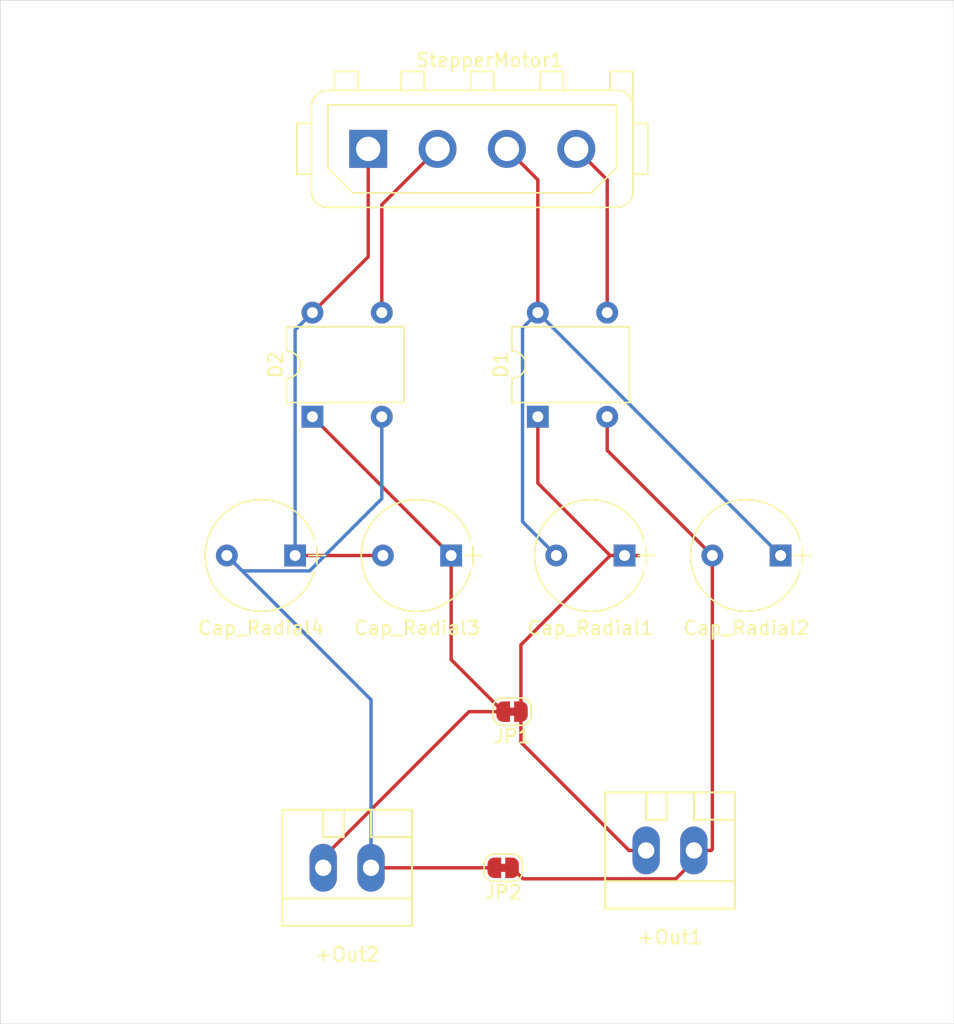
<source format=kicad_pcb>
(kicad_pcb (version 20171130) (host pcbnew "(5.1.0-0)")

  (general
    (thickness 1.6)
    (drawings 4)
    (tracks 51)
    (zones 0)
    (modules 15)
    (nets 9)
  )

  (page A4)
  (layers
    (0 F.Cu signal)
    (31 B.Cu signal)
    (32 B.Adhes user)
    (33 F.Adhes user)
    (34 B.Paste user)
    (35 F.Paste user)
    (36 B.SilkS user)
    (37 F.SilkS user)
    (38 B.Mask user)
    (39 F.Mask user)
    (40 Dwgs.User user)
    (41 Cmts.User user)
    (42 Eco1.User user)
    (43 Eco2.User user)
    (44 Edge.Cuts user)
    (45 Margin user)
    (46 B.CrtYd user)
    (47 F.CrtYd user)
    (48 B.Fab user)
    (49 F.Fab user)
  )

  (setup
    (last_trace_width 0.25)
    (trace_clearance 0.2)
    (zone_clearance 0.508)
    (zone_45_only no)
    (trace_min 0.2)
    (via_size 0.8)
    (via_drill 0.4)
    (via_min_size 0.4)
    (via_min_drill 0.3)
    (uvia_size 0.3)
    (uvia_drill 0.1)
    (uvias_allowed no)
    (uvia_min_size 0.2)
    (uvia_min_drill 0.1)
    (edge_width 0.05)
    (segment_width 0.2)
    (pcb_text_width 0.3)
    (pcb_text_size 1.5 1.5)
    (mod_edge_width 0.12)
    (mod_text_size 1 1)
    (mod_text_width 0.15)
    (pad_size 1.6 1.6)
    (pad_drill 0.8)
    (pad_to_mask_clearance 0.051)
    (solder_mask_min_width 0.25)
    (aux_axis_origin 0 0)
    (visible_elements FFFFEF7F)
    (pcbplotparams
      (layerselection 0x010fc_ffffffff)
      (usegerberextensions false)
      (usegerberattributes false)
      (usegerberadvancedattributes false)
      (creategerberjobfile false)
      (excludeedgelayer true)
      (linewidth 0.100000)
      (plotframeref false)
      (viasonmask false)
      (mode 1)
      (useauxorigin false)
      (hpglpennumber 1)
      (hpglpenspeed 20)
      (hpglpendiameter 15.000000)
      (psnegative false)
      (psa4output false)
      (plotreference true)
      (plotvalue true)
      (plotinvisibletext false)
      (padsonsilk false)
      (subtractmaskfromsilk false)
      (outputformat 1)
      (mirror false)
      (drillshape 1)
      (scaleselection 1)
      (outputdirectory ""))
  )

  (net 0 "")
  (net 1 GND)
  (net 2 VCC)
  (net 3 VDD)
  (net 4 Earth)
  (net 5 "Net-(Cap_Radial1-Pad2)")
  (net 6 "Net-(Cap_Radial3-Pad2)")
  (net 7 "Net-(D1-Pad3)")
  (net 8 "Net-(D2-Pad3)")

  (net_class Default "This is the default net class."
    (clearance 0.2)
    (trace_width 0.25)
    (via_dia 0.8)
    (via_drill 0.4)
    (uvia_dia 0.3)
    (uvia_drill 0.1)
    (add_net Earth)
    (add_net GND)
    (add_net "Net-(Cap_Radial1-Pad2)")
    (add_net "Net-(Cap_Radial3-Pad2)")
    (add_net "Net-(D1-Pad3)")
    (add_net "Net-(D2-Pad3)")
    (add_net VCC)
    (add_net VDD)
  )

  (module Mounting_Holes:MountingHole_3.2mm_M3 (layer F.Cu) (tedit 56D1B4CB) (tstamp 61045959)
    (at 120.65 43.18)
    (descr "Mounting Hole 3.2mm, no annular, M3")
    (tags "mounting hole 3.2mm no annular m3")
    (attr virtual)
    (fp_text reference REF** (at 0 -4.2) (layer F.SilkS) hide
      (effects (font (size 1 1) (thickness 0.15)))
    )
    (fp_text value MountingHole_3.2mm_M3 (at 0 4.2) (layer F.Fab) hide
      (effects (font (size 1 1) (thickness 0.15)))
    )
    (fp_text user %R (at 0.3 0) (layer F.Fab)
      (effects (font (size 1 1) (thickness 0.15)))
    )
    (fp_circle (center 0 0) (end 3.2 0) (layer Cmts.User) (width 0.15))
    (fp_circle (center 0 0) (end 3.45 0) (layer F.CrtYd) (width 0.05))
    (pad 1 np_thru_hole circle (at 0 0) (size 3.2 3.2) (drill 3.2) (layers *.Cu *.Mask))
  )

  (module Mounting_Holes:MountingHole_3.2mm_M3 (layer F.Cu) (tedit 56D1B4CB) (tstamp 6104594E)
    (at 120.65 107.95)
    (descr "Mounting Hole 3.2mm, no annular, M3")
    (tags "mounting hole 3.2mm no annular m3")
    (attr virtual)
    (fp_text reference REF** (at 0 -4.2) (layer F.SilkS) hide
      (effects (font (size 1 1) (thickness 0.15)))
    )
    (fp_text value 3.2mm (at 0 4.2) (layer F.Fab) hide
      (effects (font (size 1 1) (thickness 0.15)))
    )
    (fp_text user %R (at 0.3 0) (layer F.Fab)
      (effects (font (size 1 1) (thickness 0.15)))
    )
    (fp_circle (center 0 0) (end 3.2 0) (layer Cmts.User) (width 0.15))
    (fp_circle (center 0 0) (end 3.45 0) (layer F.CrtYd) (width 0.05))
    (pad 1 np_thru_hole circle (at 0 0) (size 3.2 3.2) (drill 3.2) (layers *.Cu *.Mask))
  )

  (module Mounting_Holes:MountingHole_3.2mm_M3 (layer F.Cu) (tedit 56D1B4CB) (tstamp 61045943)
    (at 60.96 107.95)
    (descr "Mounting Hole 3.2mm, no annular, M3")
    (tags "mounting hole 3.2mm no annular m3")
    (attr virtual)
    (fp_text reference REF** (at 0 -4.2) (layer F.SilkS) hide
      (effects (font (size 1 1) (thickness 0.15)))
    )
    (fp_text value 3.2mm (at 0 4.2) (layer F.Fab) hide
      (effects (font (size 1 1) (thickness 0.15)))
    )
    (fp_circle (center 0 0) (end 3.45 0) (layer F.CrtYd) (width 0.05))
    (fp_circle (center 0 0) (end 3.2 0) (layer Cmts.User) (width 0.15))
    (fp_text user %R (at 0.3 0) (layer F.Fab)
      (effects (font (size 1 1) (thickness 0.15)))
    )
    (pad 1 np_thru_hole circle (at 0 0) (size 3.2 3.2) (drill 3.2) (layers *.Cu *.Mask))
  )

  (module Mounting_Holes:MountingHole_3.2mm_M3 (layer F.Cu) (tedit 56D1B4CB) (tstamp 61045938)
    (at 60.96 43.18)
    (descr "Mounting Hole 3.2mm, no annular, M3")
    (tags "mounting hole 3.2mm no annular m3")
    (attr virtual)
    (fp_text reference REF** (at 0 -4.2) (layer F.SilkS) hide
      (effects (font (size 1 1) (thickness 0.15)))
    )
    (fp_text value 3.2mm (at 0 4.2) (layer F.Fab) hide
      (effects (font (size 1 1) (thickness 0.15)))
    )
    (fp_text user %R (at 0.3 0) (layer F.Fab)
      (effects (font (size 1 1) (thickness 0.15)))
    )
    (fp_circle (center 0 0) (end 3.2 0) (layer Cmts.User) (width 0.15))
    (fp_circle (center 0 0) (end 3.45 0) (layer F.CrtYd) (width 0.05))
    (pad 1 np_thru_hole circle (at 0 0) (size 3.2 3.2) (drill 3.2) (layers *.Cu *.Mask))
  )

  (module Connectors_WAGO:WAGO_734_2pin_Straight_RuggedPads (layer F.Cu) (tedit 0) (tstamp 6106D224)
    (at 104.92994 100.33 180)
    (descr "WAGO, Serie 734, Socket, Stiftleiste, 2 polig, 2 pin, rugged Pads, straight, gerade, Date 05Jul2010,")
    (tags "WAGO, Serie 734, Socket, Stiftleiste, 2 polig, 2 pin, rugged Pads, straight, gerade, Date 05Jul2010,")
    (path /6101AECC)
    (fp_text reference +Out1 (at 0 -6.35 180) (layer F.SilkS)
      (effects (font (size 1 1) (thickness 0.15)))
    )
    (fp_text value -Out (at 0 6.35 180) (layer F.Fab)
      (effects (font (size 1 1) (thickness 0.15)))
    )
    (fp_line (start -4.7498 4.24942) (end 4.7498 4.24942) (layer F.SilkS) (width 0.15))
    (fp_line (start -4.7498 -4.24942) (end -4.7498 4.24942) (layer F.SilkS) (width 0.15))
    (fp_line (start 4.7498 -4.24942) (end -4.7498 -4.24942) (layer F.SilkS) (width 0.15))
    (fp_line (start 4.7498 4.24942) (end 4.7498 -4.24942) (layer F.SilkS) (width 0.15))
    (fp_line (start -1.75006 2.25044) (end -1.75006 4.20116) (layer F.SilkS) (width 0.15))
    (fp_line (start -4.7498 2.25044) (end -1.75006 2.25044) (layer F.SilkS) (width 0.15))
    (fp_line (start 1.75006 2.25044) (end 1.75006 4.24942) (layer F.SilkS) (width 0.15))
    (fp_line (start 0.24892 2.25044) (end 1.75006 2.25044) (layer F.SilkS) (width 0.15))
    (fp_line (start 0.24892 4.24942) (end 0.24892 2.25044) (layer F.SilkS) (width 0.15))
    (fp_line (start -4.7498 -2.25044) (end 4.7498 -2.25044) (layer F.SilkS) (width 0.15))
    (pad 1 thru_hole oval (at -1.75006 0 180) (size 1.99898 3.50012) (drill 1.19888) (layers *.Cu *.Mask)
      (net 1 GND))
    (pad 2 thru_hole oval (at 1.75006 0 180) (size 1.99898 3.50012) (drill 1.19888) (layers *.Cu *.Mask)
      (net 2 VCC))
  )

  (module Connectors_WAGO:WAGO_734_2pin_Straight_RuggedPads (layer F.Cu) (tedit 0) (tstamp 6106D234)
    (at 81.28 101.6 180)
    (descr "WAGO, Serie 734, Socket, Stiftleiste, 2 polig, 2 pin, rugged Pads, straight, gerade, Date 05Jul2010,")
    (tags "WAGO, Serie 734, Socket, Stiftleiste, 2 polig, 2 pin, rugged Pads, straight, gerade, Date 05Jul2010,")
    (path /6101CD8E)
    (fp_text reference +Out2 (at 0 -6.35 180) (layer F.SilkS)
      (effects (font (size 1 1) (thickness 0.15)))
    )
    (fp_text value -Out (at 0 6.35 180) (layer F.Fab)
      (effects (font (size 1 1) (thickness 0.15)))
    )
    (fp_line (start -4.7498 -2.25044) (end 4.7498 -2.25044) (layer F.SilkS) (width 0.15))
    (fp_line (start 0.24892 4.24942) (end 0.24892 2.25044) (layer F.SilkS) (width 0.15))
    (fp_line (start 0.24892 2.25044) (end 1.75006 2.25044) (layer F.SilkS) (width 0.15))
    (fp_line (start 1.75006 2.25044) (end 1.75006 4.24942) (layer F.SilkS) (width 0.15))
    (fp_line (start -4.7498 2.25044) (end -1.75006 2.25044) (layer F.SilkS) (width 0.15))
    (fp_line (start -1.75006 2.25044) (end -1.75006 4.20116) (layer F.SilkS) (width 0.15))
    (fp_line (start 4.7498 4.24942) (end 4.7498 -4.24942) (layer F.SilkS) (width 0.15))
    (fp_line (start 4.7498 -4.24942) (end -4.7498 -4.24942) (layer F.SilkS) (width 0.15))
    (fp_line (start -4.7498 -4.24942) (end -4.7498 4.24942) (layer F.SilkS) (width 0.15))
    (fp_line (start -4.7498 4.24942) (end 4.7498 4.24942) (layer F.SilkS) (width 0.15))
    (pad 2 thru_hole oval (at 1.75006 0 180) (size 1.99898 3.50012) (drill 1.19888) (layers *.Cu *.Mask)
      (net 3 VDD))
    (pad 1 thru_hole oval (at -1.75006 0 180) (size 1.99898 3.50012) (drill 1.19888) (layers *.Cu *.Mask)
      (net 4 Earth))
  )

  (module Capacitors_THT:CP_Radial_Tantal_D8.0mm_P5.00mm (layer F.Cu) (tedit 6106FEBB) (tstamp 6106D247)
    (at 101.6 78.74 180)
    (descr "CP, Radial_Tantal series, Radial, pin pitch=5.00mm, , diameter=8.0mm, Tantal Electrolytic Capacitor, http://cdn-reichelt.de/documents/datenblatt/B300/TANTAL-TB-Serie%23.pdf")
    (tags "CP Radial_Tantal series Radial pin pitch 5.00mm  diameter 8.0mm Tantal Electrolytic Capacitor")
    (path /610010FB)
    (fp_text reference Cap_Radial1 (at 2.5 -5.31 180) (layer F.SilkS)
      (effects (font (size 1 1) (thickness 0.15)))
    )
    (fp_text value CP (at 2.5 5.31 180) (layer F.Fab)
      (effects (font (size 1 1) (thickness 0.15)))
    )
    (fp_text user %R (at 2.5 0 180) (layer F.Fab)
      (effects (font (size 1 1) (thickness 0.15)))
    )
    (fp_line (start 6.85 -4.35) (end -1.85 -4.35) (layer F.CrtYd) (width 0.05))
    (fp_line (start 6.85 4.35) (end 6.85 -4.35) (layer F.CrtYd) (width 0.05))
    (fp_line (start -1.85 4.35) (end 6.85 4.35) (layer F.CrtYd) (width 0.05))
    (fp_line (start -1.85 -4.35) (end -1.85 4.35) (layer F.CrtYd) (width 0.05))
    (fp_line (start -1.6 -0.65) (end -1.6 0.65) (layer F.SilkS) (width 0.12))
    (fp_line (start -2.2 0) (end -1 0) (layer F.SilkS) (width 0.12))
    (fp_line (start -1.6 -0.65) (end -1.6 0.65) (layer F.Fab) (width 0.1))
    (fp_line (start -2.2 0) (end -1 0) (layer F.Fab) (width 0.1))
    (fp_circle (center 2.5 0) (end 6.5 0) (layer F.Fab) (width 0.1))
    (fp_arc (start 2.5 0) (end 6.416082 -1.18) (angle 33.5) (layer F.SilkS) (width 0.12))
    (fp_arc (start 2.5 0) (end -1.416082 1.18) (angle -146.5) (layer F.SilkS) (width 0.12))
    (fp_arc (start 2.5 0) (end -1.416082 -1.18) (angle 146.5) (layer F.SilkS) (width 0.12))
    (pad 2 thru_hole circle (at 5 0 180) (size 1.6 1.6) (drill 0.8) (layers *.Cu *.Mask)
      (net 5 "Net-(Cap_Radial1-Pad2)"))
    (pad 1 thru_hole rect (at 0 0 180) (size 1.6 1.6) (drill 0.8) (layers *.Cu *.Mask)
      (net 2 VCC))
    (model ${KISYS3DMOD}/Capacitors_THT.3dshapes/CP_Radial_Tantal_D8.0mm_P5.00mm.wrl
      (at (xyz 0 0 0))
      (scale (xyz 1 1 1))
      (rotate (xyz 0 0 0))
    )
  )

  (module Capacitors_THT:CP_Radial_Tantal_D8.0mm_P5.00mm (layer F.Cu) (tedit 597C781B) (tstamp 6106D25A)
    (at 113.03 78.74 180)
    (descr "CP, Radial_Tantal series, Radial, pin pitch=5.00mm, , diameter=8.0mm, Tantal Electrolytic Capacitor, http://cdn-reichelt.de/documents/datenblatt/B300/TANTAL-TB-Serie%23.pdf")
    (tags "CP Radial_Tantal series Radial pin pitch 5.00mm  diameter 8.0mm Tantal Electrolytic Capacitor")
    (path /61001A91)
    (fp_text reference Cap_Radial2 (at 2.5 -5.31 180) (layer F.SilkS)
      (effects (font (size 1 1) (thickness 0.15)))
    )
    (fp_text value CP (at 2.5 5.31 180) (layer F.Fab)
      (effects (font (size 1 1) (thickness 0.15)))
    )
    (fp_arc (start 2.5 0) (end -1.416082 -1.18) (angle 146.5) (layer F.SilkS) (width 0.12))
    (fp_arc (start 2.5 0) (end -1.416082 1.18) (angle -146.5) (layer F.SilkS) (width 0.12))
    (fp_arc (start 2.5 0) (end 6.416082 -1.18) (angle 33.5) (layer F.SilkS) (width 0.12))
    (fp_circle (center 2.5 0) (end 6.5 0) (layer F.Fab) (width 0.1))
    (fp_line (start -2.2 0) (end -1 0) (layer F.Fab) (width 0.1))
    (fp_line (start -1.6 -0.65) (end -1.6 0.65) (layer F.Fab) (width 0.1))
    (fp_line (start -2.2 0) (end -1 0) (layer F.SilkS) (width 0.12))
    (fp_line (start -1.6 -0.65) (end -1.6 0.65) (layer F.SilkS) (width 0.12))
    (fp_line (start -1.85 -4.35) (end -1.85 4.35) (layer F.CrtYd) (width 0.05))
    (fp_line (start -1.85 4.35) (end 6.85 4.35) (layer F.CrtYd) (width 0.05))
    (fp_line (start 6.85 4.35) (end 6.85 -4.35) (layer F.CrtYd) (width 0.05))
    (fp_line (start 6.85 -4.35) (end -1.85 -4.35) (layer F.CrtYd) (width 0.05))
    (fp_text user %R (at 2.5 0 180) (layer F.Fab)
      (effects (font (size 1 1) (thickness 0.15)))
    )
    (pad 1 thru_hole rect (at 0 0 180) (size 1.6 1.6) (drill 0.8) (layers *.Cu *.Mask)
      (net 5 "Net-(Cap_Radial1-Pad2)"))
    (pad 2 thru_hole circle (at 5 0 180) (size 1.6 1.6) (drill 0.8) (layers *.Cu *.Mask)
      (net 1 GND))
    (model ${KISYS3DMOD}/Capacitors_THT.3dshapes/CP_Radial_Tantal_D8.0mm_P5.00mm.wrl
      (at (xyz 0 0 0))
      (scale (xyz 1 1 1))
      (rotate (xyz 0 0 0))
    )
  )

  (module Capacitors_THT:CP_Radial_Tantal_D8.0mm_P5.00mm (layer F.Cu) (tedit 597C781B) (tstamp 6106D26D)
    (at 88.9 78.74 180)
    (descr "CP, Radial_Tantal series, Radial, pin pitch=5.00mm, , diameter=8.0mm, Tantal Electrolytic Capacitor, http://cdn-reichelt.de/documents/datenblatt/B300/TANTAL-TB-Serie%23.pdf")
    (tags "CP Radial_Tantal series Radial pin pitch 5.00mm  diameter 8.0mm Tantal Electrolytic Capacitor")
    (path /6101512F)
    (fp_text reference Cap_Radial3 (at 2.5 -5.31 180) (layer F.SilkS)
      (effects (font (size 1 1) (thickness 0.15)))
    )
    (fp_text value CP (at 2.5 5.31 180) (layer F.Fab)
      (effects (font (size 1 1) (thickness 0.15)))
    )
    (fp_text user %R (at 2.5 0 180) (layer F.Fab)
      (effects (font (size 1 1) (thickness 0.15)))
    )
    (fp_line (start 6.85 -4.35) (end -1.85 -4.35) (layer F.CrtYd) (width 0.05))
    (fp_line (start 6.85 4.35) (end 6.85 -4.35) (layer F.CrtYd) (width 0.05))
    (fp_line (start -1.85 4.35) (end 6.85 4.35) (layer F.CrtYd) (width 0.05))
    (fp_line (start -1.85 -4.35) (end -1.85 4.35) (layer F.CrtYd) (width 0.05))
    (fp_line (start -1.6 -0.65) (end -1.6 0.65) (layer F.SilkS) (width 0.12))
    (fp_line (start -2.2 0) (end -1 0) (layer F.SilkS) (width 0.12))
    (fp_line (start -1.6 -0.65) (end -1.6 0.65) (layer F.Fab) (width 0.1))
    (fp_line (start -2.2 0) (end -1 0) (layer F.Fab) (width 0.1))
    (fp_circle (center 2.5 0) (end 6.5 0) (layer F.Fab) (width 0.1))
    (fp_arc (start 2.5 0) (end 6.416082 -1.18) (angle 33.5) (layer F.SilkS) (width 0.12))
    (fp_arc (start 2.5 0) (end -1.416082 1.18) (angle -146.5) (layer F.SilkS) (width 0.12))
    (fp_arc (start 2.5 0) (end -1.416082 -1.18) (angle 146.5) (layer F.SilkS) (width 0.12))
    (pad 2 thru_hole circle (at 5 0 180) (size 1.6 1.6) (drill 0.8) (layers *.Cu *.Mask)
      (net 6 "Net-(Cap_Radial3-Pad2)"))
    (pad 1 thru_hole rect (at 0 0 180) (size 1.6 1.6) (drill 0.8) (layers *.Cu *.Mask)
      (net 3 VDD))
    (model ${KISYS3DMOD}/Capacitors_THT.3dshapes/CP_Radial_Tantal_D8.0mm_P5.00mm.wrl
      (at (xyz 0 0 0))
      (scale (xyz 1 1 1))
      (rotate (xyz 0 0 0))
    )
  )

  (module Capacitors_THT:CP_Radial_Tantal_D8.0mm_P5.00mm (layer F.Cu) (tedit 597C781B) (tstamp 6106D280)
    (at 77.47 78.74 180)
    (descr "CP, Radial_Tantal series, Radial, pin pitch=5.00mm, , diameter=8.0mm, Tantal Electrolytic Capacitor, http://cdn-reichelt.de/documents/datenblatt/B300/TANTAL-TB-Serie%23.pdf")
    (tags "CP Radial_Tantal series Radial pin pitch 5.00mm  diameter 8.0mm Tantal Electrolytic Capacitor")
    (path /61015139)
    (fp_text reference Cap_Radial4 (at 2.5 -5.31 180) (layer F.SilkS)
      (effects (font (size 1 1) (thickness 0.15)))
    )
    (fp_text value CP (at 2.5 5.31 180) (layer F.Fab)
      (effects (font (size 1 1) (thickness 0.15)))
    )
    (fp_arc (start 2.5 0) (end -1.416082 -1.18) (angle 146.5) (layer F.SilkS) (width 0.12))
    (fp_arc (start 2.5 0) (end -1.416082 1.18) (angle -146.5) (layer F.SilkS) (width 0.12))
    (fp_arc (start 2.5 0) (end 6.416082 -1.18) (angle 33.5) (layer F.SilkS) (width 0.12))
    (fp_circle (center 2.5 0) (end 6.5 0) (layer F.Fab) (width 0.1))
    (fp_line (start -2.2 0) (end -1 0) (layer F.Fab) (width 0.1))
    (fp_line (start -1.6 -0.65) (end -1.6 0.65) (layer F.Fab) (width 0.1))
    (fp_line (start -2.2 0) (end -1 0) (layer F.SilkS) (width 0.12))
    (fp_line (start -1.6 -0.65) (end -1.6 0.65) (layer F.SilkS) (width 0.12))
    (fp_line (start -1.85 -4.35) (end -1.85 4.35) (layer F.CrtYd) (width 0.05))
    (fp_line (start -1.85 4.35) (end 6.85 4.35) (layer F.CrtYd) (width 0.05))
    (fp_line (start 6.85 4.35) (end 6.85 -4.35) (layer F.CrtYd) (width 0.05))
    (fp_line (start 6.85 -4.35) (end -1.85 -4.35) (layer F.CrtYd) (width 0.05))
    (fp_text user %R (at 2.5 0 180) (layer F.Fab)
      (effects (font (size 1 1) (thickness 0.15)))
    )
    (pad 1 thru_hole rect (at 0 0 180) (size 1.6 1.6) (drill 0.8) (layers *.Cu *.Mask)
      (net 6 "Net-(Cap_Radial3-Pad2)"))
    (pad 2 thru_hole circle (at 5 0 180) (size 1.6 1.6) (drill 0.8) (layers *.Cu *.Mask)
      (net 4 Earth))
    (model ${KISYS3DMOD}/Capacitors_THT.3dshapes/CP_Radial_Tantal_D8.0mm_P5.00mm.wrl
      (at (xyz 0 0 0))
      (scale (xyz 1 1 1))
      (rotate (xyz 0 0 0))
    )
  )

  (module Diodes_THT:Diode_Bridge_DIP-4_W7.62mm_P5.08mm (layer F.Cu) (tedit 59213888) (tstamp 6106D298)
    (at 95.25 68.58 90)
    (descr "4-lead dip package for diode bridges, row spacing 7.62 mm (300 mils), see http://cdn-reichelt.de/documents/datenblatt/A400/HDBL101G_20SERIES-TSC.pdf")
    (tags "DIL DIP PDIP 5.08mm 7.62mm 300mil")
    (path /6106CB3C)
    (fp_text reference D1 (at 3.8 -2.7 90) (layer F.SilkS)
      (effects (font (size 1 1) (thickness 0.15)))
    )
    (fp_text value D_Bridge_+-AA (at 3.8 7.8 90) (layer F.Fab)
      (effects (font (size 1 1) (thickness 0.15)))
    )
    (fp_arc (start 3.81 -1.9) (end 2.81 -1.9) (angle -180) (layer F.SilkS) (width 0.12))
    (fp_line (start 8.67 6.85) (end -1.05 6.85) (layer F.CrtYd) (width 0.05))
    (fp_line (start 8.67 6.85) (end 8.67 -2.05) (layer F.CrtYd) (width 0.05))
    (fp_line (start -1.05 -2.05) (end -1.05 6.85) (layer F.CrtYd) (width 0.05))
    (fp_line (start -1.05 -2.05) (end 8.67 -2.05) (layer F.CrtYd) (width 0.05))
    (fp_line (start 1.635 -1.8) (end 6.985 -1.8) (layer F.Fab) (width 0.1))
    (fp_line (start 6.985 -1.8) (end 6.985 6.6) (layer F.Fab) (width 0.1))
    (fp_line (start 6.985 6.6) (end 0.635 6.6) (layer F.Fab) (width 0.1))
    (fp_line (start 0.635 6.6) (end 0.635 -0.8) (layer F.Fab) (width 0.1))
    (fp_line (start 0.635 -0.8) (end 1.635 -1.8) (layer F.Fab) (width 0.1))
    (fp_line (start 2.81 -1.9) (end 1.04 -1.9) (layer F.SilkS) (width 0.12))
    (fp_line (start 1.04 -1.9) (end 1.04 6.7) (layer F.SilkS) (width 0.12))
    (fp_line (start 1.04 6.7) (end 6.58 6.7) (layer F.SilkS) (width 0.12))
    (fp_line (start 6.58 6.7) (end 6.58 -1.9) (layer F.SilkS) (width 0.12))
    (fp_line (start 6.58 -1.9) (end 4.81 -1.9) (layer F.SilkS) (width 0.12))
    (fp_text user %R (at 3.81 2.54 90) (layer F.Fab)
      (effects (font (size 1 1) (thickness 0.15)))
    )
    (pad 1 thru_hole rect (at 0 0 90) (size 1.6 1.6) (drill 0.8) (layers *.Cu *.Mask)
      (net 2 VCC))
    (pad 3 thru_hole oval (at 7.62 5.08 90) (size 1.6 1.6) (drill 0.8) (layers *.Cu *.Mask)
      (net 7 "Net-(D1-Pad3)"))
    (pad 2 thru_hole oval (at 0 5.08 90) (size 1.6 1.6) (drill 0.8) (layers *.Cu *.Mask)
      (net 1 GND))
    (pad 4 thru_hole oval (at 7.62 0 90) (size 1.6 1.6) (drill 0.8) (layers *.Cu *.Mask)
      (net 5 "Net-(Cap_Radial1-Pad2)"))
    (model ${KISYS3DMOD}/Diodes_THT.3dshapes/Diode_Bridge_DIP-4_W7.62mm_P5.08mm.wrl
      (at (xyz 0 0 0))
      (scale (xyz 1 1 1))
      (rotate (xyz 0 0 0))
    )
  )

  (module Diodes_THT:Diode_Bridge_DIP-4_W7.62mm_P5.08mm (layer F.Cu) (tedit 59213888) (tstamp 6106D2B0)
    (at 78.74 68.58 90)
    (descr "4-lead dip package for diode bridges, row spacing 7.62 mm (300 mils), see http://cdn-reichelt.de/documents/datenblatt/A400/HDBL101G_20SERIES-TSC.pdf")
    (tags "DIL DIP PDIP 5.08mm 7.62mm 300mil")
    (path /6107291C)
    (fp_text reference D2 (at 3.8 -2.7 90) (layer F.SilkS)
      (effects (font (size 1 1) (thickness 0.15)))
    )
    (fp_text value D_Bridge_+-AA (at 3.8 7.8 90) (layer F.Fab)
      (effects (font (size 1 1) (thickness 0.15)))
    )
    (fp_text user %R (at 3.81 2.54 90) (layer F.Fab)
      (effects (font (size 1 1) (thickness 0.15)))
    )
    (fp_line (start 6.58 -1.9) (end 4.81 -1.9) (layer F.SilkS) (width 0.12))
    (fp_line (start 6.58 6.7) (end 6.58 -1.9) (layer F.SilkS) (width 0.12))
    (fp_line (start 1.04 6.7) (end 6.58 6.7) (layer F.SilkS) (width 0.12))
    (fp_line (start 1.04 -1.9) (end 1.04 6.7) (layer F.SilkS) (width 0.12))
    (fp_line (start 2.81 -1.9) (end 1.04 -1.9) (layer F.SilkS) (width 0.12))
    (fp_line (start 0.635 -0.8) (end 1.635 -1.8) (layer F.Fab) (width 0.1))
    (fp_line (start 0.635 6.6) (end 0.635 -0.8) (layer F.Fab) (width 0.1))
    (fp_line (start 6.985 6.6) (end 0.635 6.6) (layer F.Fab) (width 0.1))
    (fp_line (start 6.985 -1.8) (end 6.985 6.6) (layer F.Fab) (width 0.1))
    (fp_line (start 1.635 -1.8) (end 6.985 -1.8) (layer F.Fab) (width 0.1))
    (fp_line (start -1.05 -2.05) (end 8.67 -2.05) (layer F.CrtYd) (width 0.05))
    (fp_line (start -1.05 -2.05) (end -1.05 6.85) (layer F.CrtYd) (width 0.05))
    (fp_line (start 8.67 6.85) (end 8.67 -2.05) (layer F.CrtYd) (width 0.05))
    (fp_line (start 8.67 6.85) (end -1.05 6.85) (layer F.CrtYd) (width 0.05))
    (fp_arc (start 3.81 -1.9) (end 2.81 -1.9) (angle -180) (layer F.SilkS) (width 0.12))
    (pad 4 thru_hole oval (at 7.62 0 90) (size 1.6 1.6) (drill 0.8) (layers *.Cu *.Mask)
      (net 6 "Net-(Cap_Radial3-Pad2)"))
    (pad 2 thru_hole oval (at 0 5.08 90) (size 1.6 1.6) (drill 0.8) (layers *.Cu *.Mask)
      (net 4 Earth))
    (pad 3 thru_hole oval (at 7.62 5.08 90) (size 1.6 1.6) (drill 0.8) (layers *.Cu *.Mask)
      (net 8 "Net-(D2-Pad3)"))
    (pad 1 thru_hole rect (at 0 0 90) (size 1.6 1.6) (drill 0.8) (layers *.Cu *.Mask)
      (net 3 VDD))
    (model ${KISYS3DMOD}/Diodes_THT.3dshapes/Diode_Bridge_DIP-4_W7.62mm_P5.08mm.wrl
      (at (xyz 0 0 0))
      (scale (xyz 1 1 1))
      (rotate (xyz 0 0 0))
    )
  )

  (module Jumper:SolderJumper-2_P1.3mm_Bridged_RoundedPad1.0x1.5mm (layer F.Cu) (tedit 5C745284) (tstamp 6106D2C3)
    (at 93.36 90.17 180)
    (descr "SMD Solder Jumper, 1x1.5mm, rounded Pads, 0.3mm gap, bridged with 1 copper strip")
    (tags "net tie solder jumper bridged")
    (path /61027298)
    (attr virtual)
    (fp_text reference JP1 (at 0 -1.8 180) (layer F.SilkS)
      (effects (font (size 1 1) (thickness 0.15)))
    )
    (fp_text value "+ve tie" (at 0 1.9 180) (layer F.Fab)
      (effects (font (size 1 1) (thickness 0.15)))
    )
    (fp_poly (pts (xy 0.25 -0.3) (xy -0.25 -0.3) (xy -0.25 0.3) (xy 0.25 0.3)) (layer F.Cu) (width 0))
    (fp_line (start 1.65 1.25) (end -1.65 1.25) (layer F.CrtYd) (width 0.05))
    (fp_line (start 1.65 1.25) (end 1.65 -1.25) (layer F.CrtYd) (width 0.05))
    (fp_line (start -1.65 -1.25) (end -1.65 1.25) (layer F.CrtYd) (width 0.05))
    (fp_line (start -1.65 -1.25) (end 1.65 -1.25) (layer F.CrtYd) (width 0.05))
    (fp_line (start -0.7 -1) (end 0.7 -1) (layer F.SilkS) (width 0.12))
    (fp_line (start 1.4 -0.3) (end 1.4 0.3) (layer F.SilkS) (width 0.12))
    (fp_line (start 0.7 1) (end -0.7 1) (layer F.SilkS) (width 0.12))
    (fp_line (start -1.4 0.3) (end -1.4 -0.3) (layer F.SilkS) (width 0.12))
    (fp_arc (start -0.7 -0.3) (end -0.7 -1) (angle -90) (layer F.SilkS) (width 0.12))
    (fp_arc (start -0.7 0.3) (end -1.4 0.3) (angle -90) (layer F.SilkS) (width 0.12))
    (fp_arc (start 0.7 0.3) (end 0.7 1) (angle -90) (layer F.SilkS) (width 0.12))
    (fp_arc (start 0.7 -0.3) (end 1.4 -0.3) (angle -90) (layer F.SilkS) (width 0.12))
    (pad 1 smd custom (at -0.65 0 180) (size 1 0.5) (layers F.Cu F.Mask)
      (net 2 VCC) (zone_connect 2)
      (options (clearance outline) (anchor rect))
      (primitives
        (gr_circle (center 0 0.25) (end 0.5 0.25) (width 0))
        (gr_circle (center 0 -0.25) (end 0.5 -0.25) (width 0))
        (gr_poly (pts
           (xy 0 -0.75) (xy 0.5 -0.75) (xy 0.5 0.75) (xy 0 0.75)) (width 0))
      ))
    (pad 2 smd custom (at 0.65 0 180) (size 1 0.5) (layers F.Cu F.Mask)
      (net 3 VDD) (zone_connect 2)
      (options (clearance outline) (anchor rect))
      (primitives
        (gr_circle (center 0 0.25) (end 0.5 0.25) (width 0))
        (gr_circle (center 0 -0.25) (end 0.5 -0.25) (width 0))
        (gr_poly (pts
           (xy 0 -0.75) (xy -0.5 -0.75) (xy -0.5 0.75) (xy 0 0.75)) (width 0))
      ))
  )

  (module Jumper:SolderJumper-2_P1.3mm_Bridged_RoundedPad1.0x1.5mm (layer F.Cu) (tedit 5C745284) (tstamp 6106D2D6)
    (at 92.71 101.6 180)
    (descr "SMD Solder Jumper, 1x1.5mm, rounded Pads, 0.3mm gap, bridged with 1 copper strip")
    (tags "net tie solder jumper bridged")
    (path /6102784D)
    (attr virtual)
    (fp_text reference JP2 (at 0 -1.8 180) (layer F.SilkS)
      (effects (font (size 1 1) (thickness 0.15)))
    )
    (fp_text value "-ve tie" (at 0 1.9 180) (layer F.Fab)
      (effects (font (size 1 1) (thickness 0.15)))
    )
    (fp_arc (start 0.7 -0.3) (end 1.4 -0.3) (angle -90) (layer F.SilkS) (width 0.12))
    (fp_arc (start 0.7 0.3) (end 0.7 1) (angle -90) (layer F.SilkS) (width 0.12))
    (fp_arc (start -0.7 0.3) (end -1.4 0.3) (angle -90) (layer F.SilkS) (width 0.12))
    (fp_arc (start -0.7 -0.3) (end -0.7 -1) (angle -90) (layer F.SilkS) (width 0.12))
    (fp_line (start -1.4 0.3) (end -1.4 -0.3) (layer F.SilkS) (width 0.12))
    (fp_line (start 0.7 1) (end -0.7 1) (layer F.SilkS) (width 0.12))
    (fp_line (start 1.4 -0.3) (end 1.4 0.3) (layer F.SilkS) (width 0.12))
    (fp_line (start -0.7 -1) (end 0.7 -1) (layer F.SilkS) (width 0.12))
    (fp_line (start -1.65 -1.25) (end 1.65 -1.25) (layer F.CrtYd) (width 0.05))
    (fp_line (start -1.65 -1.25) (end -1.65 1.25) (layer F.CrtYd) (width 0.05))
    (fp_line (start 1.65 1.25) (end 1.65 -1.25) (layer F.CrtYd) (width 0.05))
    (fp_line (start 1.65 1.25) (end -1.65 1.25) (layer F.CrtYd) (width 0.05))
    (fp_poly (pts (xy 0.25 -0.3) (xy -0.25 -0.3) (xy -0.25 0.3) (xy 0.25 0.3)) (layer F.Cu) (width 0))
    (pad 2 smd custom (at 0.65 0 180) (size 1 0.5) (layers F.Cu F.Mask)
      (net 4 Earth) (zone_connect 2)
      (options (clearance outline) (anchor rect))
      (primitives
        (gr_circle (center 0 0.25) (end 0.5 0.25) (width 0))
        (gr_circle (center 0 -0.25) (end 0.5 -0.25) (width 0))
        (gr_poly (pts
           (xy 0 -0.75) (xy -0.5 -0.75) (xy -0.5 0.75) (xy 0 0.75)) (width 0))
      ))
    (pad 1 smd custom (at -0.65 0 180) (size 1 0.5) (layers F.Cu F.Mask)
      (net 1 GND) (zone_connect 2)
      (options (clearance outline) (anchor rect))
      (primitives
        (gr_circle (center 0 0.25) (end 0.5 0.25) (width 0))
        (gr_circle (center 0 -0.25) (end 0.5 -0.25) (width 0))
        (gr_poly (pts
           (xy 0 -0.75) (xy 0.5 -0.75) (xy 0.5 0.75) (xy 0 0.75)) (width 0))
      ))
  )

  (module Connectors_TE-Connectivity:TE_MATE-N-LOK_350211-1_1x04_P5.08mm_Vertical (layer F.Cu) (tedit 5C696A5E) (tstamp 6106D327)
    (at 82.825001 48.975001)
    (descr https://www.te.com/commerce/DocumentDelivery/DDEController?Action=showdoc&DocId=Customer+Drawing%7F350211%7FU5%7Fpdf%7FEnglish%7FENG_CD_350211_U5.pdf%7F350211-1)
    (tags "connector TE MATE-N-LOK top entry ATA PATA IDE 5.25 inch floppy drive power")
    (path /61016D3A)
    (fp_text reference StepperMotor1 (at 8.89 -6.5) (layer F.SilkS)
      (effects (font (size 1 1) (thickness 0.15)))
    )
    (fp_text value Stepper_Motor_bipolar (at 7.62 5.01) (layer F.Fab)
      (effects (font (size 1 1) (thickness 0.15)))
    )
    (fp_line (start -5.33 4.38) (end 20.57 4.38) (layer F.CrtYd) (width 0.05))
    (fp_line (start 20.57 4.38) (end 20.57 -5.77) (layer F.CrtYd) (width 0.05))
    (fp_line (start 20.57 -5.77) (end -5.33 -5.77) (layer F.CrtYd) (width 0.05))
    (fp_line (start -5.33 -5.77) (end -5.33 4.38) (layer F.CrtYd) (width 0.05))
    (fp_line (start -2.95 -3.22) (end 18.19 -3.22) (layer F.SilkS) (width 0.12))
    (fp_line (start 18.19 -3.22) (end 18.19 1.39) (layer F.SilkS) (width 0.12))
    (fp_line (start 18.19 1.39) (end 16.36 3.22) (layer F.SilkS) (width 0.12))
    (fp_line (start 16.36 3.22) (end -1.12 3.22) (layer F.SilkS) (width 0.12))
    (fp_line (start -1.12 3.22) (end -2.95 1.39) (layer F.SilkS) (width 0.12))
    (fp_line (start -2.95 1.39) (end -2.95 -3.22) (layer F.SilkS) (width 0.12))
    (fp_line (start -3.01 4.28) (end 18.25 4.28) (layer F.SilkS) (width 0.12))
    (fp_line (start 19.39 3.14) (end 19.39 -5.67) (layer F.SilkS) (width 0.12))
    (fp_line (start 18.25 -4.28) (end -3.01 -4.28) (layer F.SilkS) (width 0.12))
    (fp_line (start -4.15 -3.14) (end -4.15 3.14) (layer F.SilkS) (width 0.12))
    (fp_line (start 19.39 1.86) (end 20.47 1.86) (layer F.SilkS) (width 0.12))
    (fp_line (start 20.47 1.86) (end 20.47 -1.86) (layer F.SilkS) (width 0.12))
    (fp_line (start 20.47 -1.86) (end 19.39 -1.86) (layer F.SilkS) (width 0.12))
    (fp_line (start -4.15 1.86) (end -5.23 1.86) (layer F.SilkS) (width 0.12))
    (fp_line (start -5.23 1.86) (end -5.23 -1.86) (layer F.SilkS) (width 0.12))
    (fp_line (start -5.23 -1.86) (end -4.15 -1.86) (layer F.SilkS) (width 0.12))
    (fp_line (start 17.7 -4.28) (end 17.7 -5.67) (layer F.SilkS) (width 0.12))
    (fp_line (start 17.7 -5.67) (end 19.39 -5.67) (layer F.SilkS) (width 0.12))
    (fp_line (start -2.47 -5.67) (end -0.78 -5.67) (layer F.SilkS) (width 0.12))
    (fp_line (start -0.78 -5.67) (end -0.78 -4.28) (layer F.SilkS) (width 0.12))
    (fp_line (start -2.47 -4.28) (end -2.47 -5.67) (layer F.SilkS) (width 0.12))
    (fp_line (start 14.29 -5.67) (end 14.29 -4.28) (layer F.SilkS) (width 0.12))
    (fp_line (start 12.6 -4.28) (end 12.6 -5.67) (layer F.SilkS) (width 0.12))
    (fp_line (start 12.6 -5.67) (end 14.29 -5.67) (layer F.SilkS) (width 0.12))
    (fp_line (start 7.5 -5.67) (end 9.19 -5.67) (layer F.SilkS) (width 0.12))
    (fp_line (start 9.19 -5.67) (end 9.19 -4.28) (layer F.SilkS) (width 0.12))
    (fp_line (start 7.5 -4.28) (end 7.5 -5.67) (layer F.SilkS) (width 0.12))
    (fp_line (start 2.42 -4.28) (end 2.42 -5.67) (layer F.SilkS) (width 0.12))
    (fp_line (start 4.11 -5.67) (end 4.11 -4.28) (layer F.SilkS) (width 0.12))
    (fp_line (start 2.42 -5.67) (end 4.11 -5.67) (layer F.SilkS) (width 0.12))
    (fp_arc (start 18.25 -3.14) (end 19.39 -3.14) (angle -90) (layer F.SilkS) (width 0.12))
    (fp_arc (start 18.25 3.14) (end 18.25 4.28) (angle -90) (layer F.SilkS) (width 0.12))
    (fp_arc (start -3.01 -3.14) (end -3.01 -4.28) (angle -90) (layer F.SilkS) (width 0.12))
    (fp_arc (start -3.01 3.14) (end -4.15 3.14) (angle -90) (layer F.SilkS) (width 0.12))
    (fp_line (start -2.95 1.39) (end -2.95 -3.22) (layer F.Fab) (width 0.1))
    (fp_line (start -1.12 3.22) (end -2.95 1.39) (layer F.Fab) (width 0.1))
    (fp_line (start 16.36 3.22) (end -1.12 3.22) (layer F.Fab) (width 0.1))
    (fp_line (start 18.19 1.39) (end 16.36 3.22) (layer F.Fab) (width 0.1))
    (fp_line (start 18.19 -3.22) (end 18.19 1.39) (layer F.Fab) (width 0.1))
    (fp_line (start -2.95 -3.22) (end 18.19 -3.22) (layer F.Fab) (width 0.1))
    (fp_text user %R (at 8 0) (layer F.Fab)
      (effects (font (size 1 1) (thickness 0.15)))
    )
    (fp_line (start 18.1 -4.13) (end -2.86 -4.13) (layer F.Fab) (width 0.1))
    (fp_line (start -2.86 4.13) (end 18.1 4.13) (layer F.Fab) (width 0.1))
    (fp_line (start 19.24 2.99) (end 19.24 -5.52) (layer F.Fab) (width 0.1))
    (fp_line (start -4 -2.99) (end -4 2.99) (layer F.Fab) (width 0.1))
    (fp_arc (start 18.1 -2.99) (end 19.24 -2.99) (angle -90) (layer F.Fab) (width 0.1))
    (fp_arc (start -2.86 -2.99) (end -2.86 -4.13) (angle -90) (layer F.Fab) (width 0.1))
    (fp_arc (start 18.1 2.99) (end 18.1 4.13) (angle -90) (layer F.Fab) (width 0.1))
    (fp_arc (start -2.86 2.99) (end -4 2.99) (angle -90) (layer F.Fab) (width 0.1))
    (fp_line (start 20.32 1.71) (end 20.32 -1.71) (layer F.Fab) (width 0.1))
    (fp_line (start 20.32 -1.71) (end 19.24 -1.71) (layer F.Fab) (width 0.1))
    (fp_line (start 19.24 1.71) (end 20.32 1.71) (layer F.Fab) (width 0.1))
    (fp_line (start -5.08 1.71) (end -5.08 -1.71) (layer F.Fab) (width 0.1))
    (fp_line (start -5.08 -1.71) (end -4 -1.71) (layer F.Fab) (width 0.1))
    (fp_line (start -4 1.71) (end -5.08 1.71) (layer F.Fab) (width 0.1))
    (fp_line (start 17.85 -5.52) (end 19.24 -5.52) (layer F.Fab) (width 0.1))
    (fp_line (start 17.85 -4.13) (end 17.85 -5.52) (layer F.Fab) (width 0.1))
    (fp_line (start 12.75 -5.52) (end 14.14 -5.52) (layer F.Fab) (width 0.1))
    (fp_line (start 7.65 -5.52) (end 9.04 -5.52) (layer F.Fab) (width 0.1))
    (fp_line (start 2.57 -5.52) (end 3.96 -5.52) (layer F.Fab) (width 0.1))
    (fp_line (start -2.32 -5.52) (end -0.93 -5.52) (layer F.Fab) (width 0.1))
    (fp_line (start -2.32 -4.13) (end -2.32 -5.52) (layer F.Fab) (width 0.1))
    (fp_line (start -0.93 -5.52) (end -0.93 -4.13) (layer F.Fab) (width 0.1))
    (fp_line (start 2.57 -4.13) (end 2.57 -5.52) (layer F.Fab) (width 0.1))
    (fp_line (start 3.96 -5.52) (end 3.96 -4.13) (layer F.Fab) (width 0.1))
    (fp_line (start 7.65 -4.13) (end 7.65 -5.52) (layer F.Fab) (width 0.1))
    (fp_line (start 9.04 -5.52) (end 9.04 -4.13) (layer F.Fab) (width 0.1))
    (fp_line (start 12.75 -4.13) (end 12.75 -5.52) (layer F.Fab) (width 0.1))
    (fp_line (start 14.14 -5.52) (end 14.14 -4.13) (layer F.Fab) (width 0.1))
    (pad 1 thru_hole rect (at 0 0) (size 2.78 2.78) (drill 1.78) (layers *.Cu *.Mask)
      (net 6 "Net-(Cap_Radial3-Pad2)"))
    (pad 2 thru_hole circle (at 5.08 0) (size 2.78 2.78) (drill 1.78) (layers *.Cu *.Mask)
      (net 8 "Net-(D2-Pad3)"))
    (pad 3 thru_hole circle (at 10.16 0) (size 2.78 2.78) (drill 1.78) (layers *.Cu *.Mask)
      (net 5 "Net-(Cap_Radial1-Pad2)"))
    (pad 4 thru_hole circle (at 15.24 0) (size 2.78 2.78) (drill 1.78) (layers *.Cu *.Mask)
      (net 7 "Net-(D1-Pad3)"))
    (model ${KICAD6_3DMODEL_DIR}/Connector_TE-Connectivity.3dshapes/TE_MATE-N-LOK_350211-1_1x04_P5.08mm_Vertical.wrl
      (at (xyz 0 0 0))
      (scale (xyz 1 1 1))
      (rotate (xyz 0 0 0))
    )
  )

  (gr_line (start 55.88 113.03) (end 55.88 38.1) (layer Edge.Cuts) (width 0.05))
  (gr_line (start 125.73 113.03) (end 55.88 113.03) (layer Edge.Cuts) (width 0.05))
  (gr_line (start 125.73 38.1) (end 125.73 113.03) (layer Edge.Cuts) (width 0.05))
  (gr_line (start 55.88 38.1) (end 125.73 38.1) (layer Edge.Cuts) (width 0.05))

  (segment (start 100.33 71.04) (end 108.03 78.74) (width 0.25) (layer F.Cu) (net 1))
  (segment (start 100.33 68.58) (end 100.33 71.04) (width 0.25) (layer F.Cu) (net 1))
  (segment (start 106.68 101.08057) (end 106.68 100.33) (width 0.25) (layer F.Cu) (net 1))
  (segment (start 105.3555 102.40507) (end 106.68 101.08057) (width 0.25) (layer F.Cu) (net 1))
  (segment (start 94.16507 102.40507) (end 105.3555 102.40507) (width 0.25) (layer F.Cu) (net 1))
  (segment (start 93.36 101.6) (end 94.16507 102.40507) (width 0.25) (layer F.Cu) (net 1))
  (segment (start 107.92949 100.33) (end 106.68 100.33) (width 0.25) (layer F.Cu) (net 1))
  (segment (start 108.03 100.22949) (end 107.92949 100.33) (width 0.25) (layer F.Cu) (net 1))
  (segment (start 108.03 78.74) (end 108.03 100.22949) (width 0.25) (layer F.Cu) (net 1))
  (segment (start 95.25 73.44) (end 100.55 78.74) (width 0.25) (layer F.Cu) (net 2))
  (segment (start 95.25 68.58) (end 95.25 73.44) (width 0.25) (layer F.Cu) (net 2))
  (segment (start 101.6 78.74) (end 102.65 78.74) (width 0.25) (layer F.Cu) (net 2))
  (segment (start 101.93039 100.33) (end 93.98 92.37961) (width 0.25) (layer F.Cu) (net 2))
  (segment (start 103.17988 100.33) (end 101.93039 100.33) (width 0.25) (layer F.Cu) (net 2))
  (segment (start 94.01 92.34961) (end 94.01 90.17) (width 0.25) (layer F.Cu) (net 2))
  (segment (start 93.98 92.37961) (end 94.01 92.34961) (width 0.25) (layer F.Cu) (net 2))
  (segment (start 100.55 78.74) (end 101.6 78.74) (width 0.25) (layer F.Cu) (net 2))
  (segment (start 94.01 85.28) (end 100.55 78.74) (width 0.25) (layer F.Cu) (net 2))
  (segment (start 94.01 90.17) (end 94.01 85.28) (width 0.25) (layer F.Cu) (net 2))
  (segment (start 78.74 68.58) (end 88.9 78.74) (width 0.25) (layer F.Cu) (net 3))
  (segment (start 88.9 86.36) (end 92.71 90.17) (width 0.25) (layer F.Cu) (net 3))
  (segment (start 88.9 78.74) (end 88.9 86.36) (width 0.25) (layer F.Cu) (net 3))
  (segment (start 79.52994 100.84943) (end 79.52994 101.6) (width 0.25) (layer F.Cu) (net 3))
  (segment (start 90.20937 90.17) (end 79.52994 100.84943) (width 0.25) (layer F.Cu) (net 3))
  (segment (start 92.71 90.17) (end 90.20937 90.17) (width 0.25) (layer F.Cu) (net 3))
  (segment (start 73.269999 79.539999) (end 72.47 78.74) (width 0.25) (layer B.Cu) (net 4))
  (segment (start 73.595001 79.865001) (end 73.269999 79.539999) (width 0.25) (layer B.Cu) (net 4))
  (segment (start 78.530001 79.865001) (end 73.595001 79.865001) (width 0.25) (layer B.Cu) (net 4))
  (segment (start 83.82 74.575002) (end 78.530001 79.865001) (width 0.25) (layer B.Cu) (net 4))
  (segment (start 83.82 68.58) (end 83.82 74.575002) (width 0.25) (layer B.Cu) (net 4))
  (segment (start 84.27955 101.6) (end 92.06 101.6) (width 0.25) (layer F.Cu) (net 4))
  (segment (start 83.03006 101.6) (end 84.27955 101.6) (width 0.25) (layer F.Cu) (net 4))
  (segment (start 83.03006 89.30006) (end 72.47 78.74) (width 0.25) (layer B.Cu) (net 4))
  (segment (start 83.03006 101.6) (end 83.03006 89.30006) (width 0.25) (layer B.Cu) (net 4))
  (segment (start 95.25 51.24) (end 95.25 60.96) (width 0.25) (layer F.Cu) (net 5))
  (segment (start 92.985001 48.975001) (end 95.25 51.24) (width 0.25) (layer F.Cu) (net 5))
  (segment (start 95.800001 77.940001) (end 96.6 78.74) (width 0.25) (layer B.Cu) (net 5))
  (segment (start 94.124999 76.264999) (end 95.800001 77.940001) (width 0.25) (layer B.Cu) (net 5))
  (segment (start 94.124999 62.085001) (end 94.124999 76.264999) (width 0.25) (layer B.Cu) (net 5))
  (segment (start 95.25 60.96) (end 94.124999 62.085001) (width 0.25) (layer B.Cu) (net 5))
  (segment (start 113.03 78.74) (end 95.25 60.96) (width 0.25) (layer B.Cu) (net 5))
  (segment (start 82.825001 56.874999) (end 78.74 60.96) (width 0.25) (layer F.Cu) (net 6))
  (segment (start 82.825001 48.975001) (end 82.825001 56.874999) (width 0.25) (layer F.Cu) (net 6))
  (segment (start 77.47 62.23) (end 77.47 78.74) (width 0.25) (layer B.Cu) (net 6))
  (segment (start 78.74 60.96) (end 77.47 62.23) (width 0.25) (layer B.Cu) (net 6))
  (segment (start 77.47 78.74) (end 83.9 78.74) (width 0.25) (layer F.Cu) (net 6))
  (segment (start 100.33 59.82863) (end 100.33 60.96) (width 0.25) (layer F.Cu) (net 7))
  (segment (start 100.33 51.24) (end 100.33 59.82863) (width 0.25) (layer F.Cu) (net 7))
  (segment (start 98.065001 48.975001) (end 100.33 51.24) (width 0.25) (layer F.Cu) (net 7))
  (segment (start 83.82 53.060002) (end 87.905001 48.975001) (width 0.25) (layer F.Cu) (net 8))
  (segment (start 83.82 60.96) (end 83.82 53.060002) (width 0.25) (layer F.Cu) (net 8))

)

</source>
